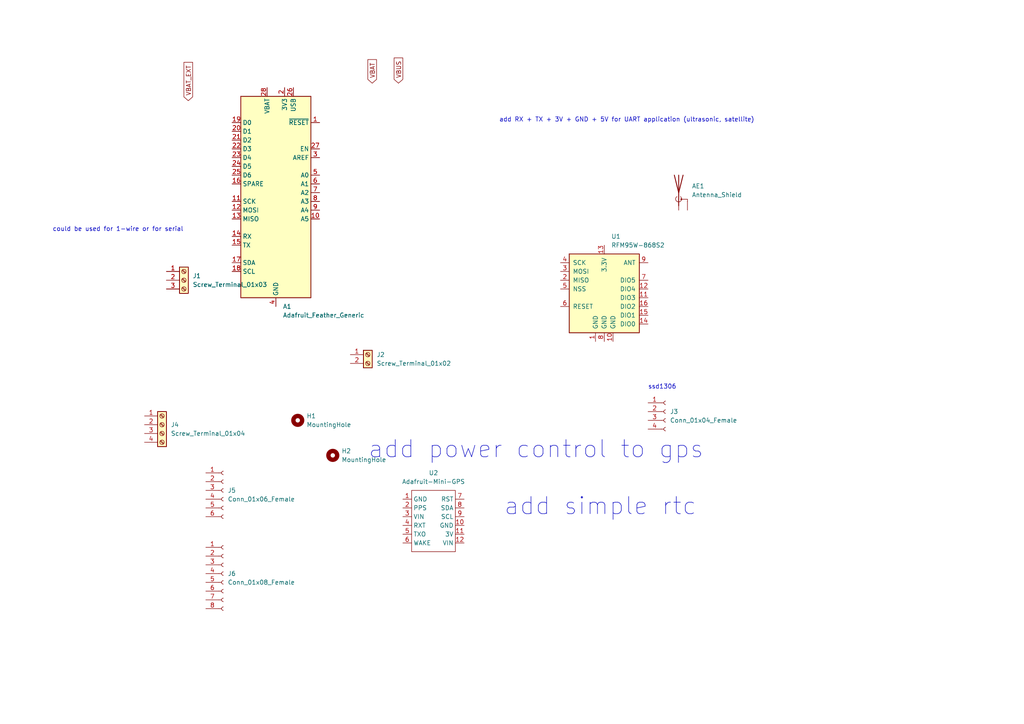
<source format=kicad_sch>
(kicad_sch (version 20211123) (generator eeschema)
  (paper "A4")
  (lib_symbols
    (symbol "Connector:Conn_01x04_Female" (pin_names (offset 1.016) hide)
      (property "Reference" "J" (at 0 5.08 0))
      (property "Value" "Conn_01x04_Female" (at 0 -7.62 0))
      (symbol "Conn_01x04_Female_1_1"
        (arc (start 0 -4.572) (mid -0.508 -5.08) (end 0 -5.588) (stroke (width 0.1524)))
        (arc (start 0 -2.032) (mid -0.508 -2.54) (end 0 -3.048) (stroke (width 0.1524)))
        (polyline (pts (xy -1.27 -5.08) (xy -0.508 -5.08)) (stroke (width 0.1524)))
        (polyline (pts (xy -1.27 -2.54) (xy -0.508 -2.54)) (stroke (width 0.1524)))
        (polyline (pts (xy -1.27 0) (xy -0.508 0)) (stroke (width 0.1524)))
        (polyline (pts (xy -1.27 2.54) (xy -0.508 2.54)) (stroke (width 0.1524)))
        (arc (start 0 0.508) (mid -0.508 0) (end 0 -0.508) (stroke (width 0.1524)))
        (arc (start 0 3.048) (mid -0.508 2.54) (end 0 2.032) (stroke (width 0.1524)))
        (pin passive line (at -5.08 2.54 0) (length 3.81) (name "Pin_1") (number "1"))
        (pin passive line (at -5.08 0 0) (length 3.81) (name "Pin_2") (number "2"))
        (pin passive line (at -5.08 -2.54 0) (length 3.81) (name "Pin_3") (number "3"))
        (pin passive line (at -5.08 -5.08 0) (length 3.81) (name "Pin_4") (number "4"))
      )
    )
    (symbol "Connector:Conn_01x06_Female" (pin_names (offset 1.016) hide)
      (property "Reference" "J" (at 0 7.62 0))
      (property "Value" "Conn_01x06_Female" (at 0 -10.16 0))
      (symbol "Conn_01x06_Female_1_1"
        (arc (start 0 -7.112) (mid -0.508 -7.62) (end 0 -8.128) (stroke (width 0.1524)))
        (arc (start 0 -4.572) (mid -0.508 -5.08) (end 0 -5.588) (stroke (width 0.1524)))
        (arc (start 0 -2.032) (mid -0.508 -2.54) (end 0 -3.048) (stroke (width 0.1524)))
        (polyline (pts (xy -1.27 -7.62) (xy -0.508 -7.62)) (stroke (width 0.1524)))
        (polyline (pts (xy -1.27 -5.08) (xy -0.508 -5.08)) (stroke (width 0.1524)))
        (polyline (pts (xy -1.27 -2.54) (xy -0.508 -2.54)) (stroke (width 0.1524)))
        (polyline (pts (xy -1.27 0) (xy -0.508 0)) (stroke (width 0.1524)))
        (polyline (pts (xy -1.27 2.54) (xy -0.508 2.54)) (stroke (width 0.1524)))
        (polyline (pts (xy -1.27 5.08) (xy -0.508 5.08)) (stroke (width 0.1524)))
        (arc (start 0 0.508) (mid -0.508 0) (end 0 -0.508) (stroke (width 0.1524)))
        (arc (start 0 3.048) (mid -0.508 2.54) (end 0 2.032) (stroke (width 0.1524)))
        (arc (start 0 5.588) (mid -0.508 5.08) (end 0 4.572) (stroke (width 0.1524)))
        (pin passive line (at -5.08 5.08 0) (length 3.81) (name "Pin_1") (number "1"))
        (pin passive line (at -5.08 2.54 0) (length 3.81) (name "Pin_2") (number "2"))
        (pin passive line (at -5.08 0 0) (length 3.81) (name "Pin_3") (number "3"))
        (pin passive line (at -5.08 -2.54 0) (length 3.81) (name "Pin_4") (number "4"))
        (pin passive line (at -5.08 -5.08 0) (length 3.81) (name "Pin_5") (number "5"))
        (pin passive line (at -5.08 -7.62 0) (length 3.81) (name "Pin_6") (number "6"))
      )
    )
    (symbol "Connector:Conn_01x08_Female" (pin_names (offset 1.016) hide)
      (property "Reference" "J" (at 0 10.16 0))
      (property "Value" "Conn_01x08_Female" (at 0 -12.7 0))
      (symbol "Conn_01x08_Female_1_1"
        (arc (start 0 -9.652) (mid -0.508 -10.16) (end 0 -10.668) (stroke (width 0.1524)))
        (arc (start 0 -7.112) (mid -0.508 -7.62) (end 0 -8.128) (stroke (width 0.1524)))
        (arc (start 0 -4.572) (mid -0.508 -5.08) (end 0 -5.588) (stroke (width 0.1524)))
        (arc (start 0 -2.032) (mid -0.508 -2.54) (end 0 -3.048) (stroke (width 0.1524)))
        (polyline (pts (xy -1.27 -10.16) (xy -0.508 -10.16)) (stroke (width 0.1524)))
        (polyline (pts (xy -1.27 -7.62) (xy -0.508 -7.62)) (stroke (width 0.1524)))
        (polyline (pts (xy -1.27 -5.08) (xy -0.508 -5.08)) (stroke (width 0.1524)))
        (polyline (pts (xy -1.27 -2.54) (xy -0.508 -2.54)) (stroke (width 0.1524)))
        (polyline (pts (xy -1.27 0) (xy -0.508 0)) (stroke (width 0.1524)))
        (polyline (pts (xy -1.27 2.54) (xy -0.508 2.54)) (stroke (width 0.1524)))
        (polyline (pts (xy -1.27 5.08) (xy -0.508 5.08)) (stroke (width 0.1524)))
        (polyline (pts (xy -1.27 7.62) (xy -0.508 7.62)) (stroke (width 0.1524)))
        (arc (start 0 0.508) (mid -0.508 0) (end 0 -0.508) (stroke (width 0.1524)))
        (arc (start 0 3.048) (mid -0.508 2.54) (end 0 2.032) (stroke (width 0.1524)))
        (arc (start 0 5.588) (mid -0.508 5.08) (end 0 4.572) (stroke (width 0.1524)))
        (arc (start 0 8.128) (mid -0.508 7.62) (end 0 7.112) (stroke (width 0.1524)))
        (pin passive line (at -5.08 7.62 0) (length 3.81) (name "Pin_1") (number "1"))
        (pin passive line (at -5.08 5.08 0) (length 3.81) (name "Pin_2") (number "2"))
        (pin passive line (at -5.08 2.54 0) (length 3.81) (name "Pin_3") (number "3"))
        (pin passive line (at -5.08 0 0) (length 3.81) (name "Pin_4") (number "4"))
        (pin passive line (at -5.08 -2.54 0) (length 3.81) (name "Pin_5") (number "5"))
        (pin passive line (at -5.08 -5.08 0) (length 3.81) (name "Pin_6") (number "6"))
        (pin passive line (at -5.08 -7.62 0) (length 3.81) (name "Pin_7") (number "7"))
        (pin passive line (at -5.08 -10.16 0) (length 3.81) (name "Pin_8") (number "8"))
      )
    )
    (symbol "Connector:Screw_Terminal_01x02" (pin_names (offset 1.016) hide)
      (property "Reference" "J" (at 0 2.54 0))
      (property "Value" "Screw_Terminal_01x02" (at 0 -5.08 0))
      (symbol "Screw_Terminal_01x02_1_1"
        (rectangle (start -1.27 1.27) (end 1.27 -3.81) (stroke (width 0.254)) (fill (type background)))
        (circle (center 0 -2.54) (radius 0.635) (stroke (width 0.1524)))
        (polyline (pts (xy -0.5334 -2.2098) (xy 0.3302 -3.048)) (stroke (width 0.1524)))
        (polyline (pts (xy -0.5334 0.3302) (xy 0.3302 -0.508)) (stroke (width 0.1524)))
        (polyline (pts (xy -0.3556 -2.032) (xy 0.508 -2.8702)) (stroke (width 0.1524)))
        (polyline (pts (xy -0.3556 0.508) (xy 0.508 -0.3302)) (stroke (width 0.1524)))
        (circle (center 0 0) (radius 0.635) (stroke (width 0.1524)))
        (pin passive line (at -5.08 0 0) (length 3.81) (name "Pin_1") (number "1"))
        (pin passive line (at -5.08 -2.54 0) (length 3.81) (name "Pin_2") (number "2"))
      )
    )
    (symbol "Connector:Screw_Terminal_01x03" (pin_names (offset 1.016) hide)
      (property "Reference" "J" (at 0 5.08 0))
      (property "Value" "Screw_Terminal_01x03" (at 0 -5.08 0))
      (symbol "Screw_Terminal_01x03_1_1"
        (rectangle (start -1.27 3.81) (end 1.27 -3.81) (stroke (width 0.254)) (fill (type background)))
        (circle (center 0 -2.54) (radius 0.635) (stroke (width 0.1524)))
        (polyline (pts (xy -0.5334 -2.2098) (xy 0.3302 -3.048)) (stroke (width 0.1524)))
        (polyline (pts (xy -0.5334 0.3302) (xy 0.3302 -0.508)) (stroke (width 0.1524)))
        (polyline (pts (xy -0.5334 2.8702) (xy 0.3302 2.032)) (stroke (width 0.1524)))
        (polyline (pts (xy -0.3556 -2.032) (xy 0.508 -2.8702)) (stroke (width 0.1524)))
        (polyline (pts (xy -0.3556 0.508) (xy 0.508 -0.3302)) (stroke (width 0.1524)))
        (polyline (pts (xy -0.3556 3.048) (xy 0.508 2.2098)) (stroke (width 0.1524)))
        (circle (center 0 0) (radius 0.635) (stroke (width 0.1524)))
        (circle (center 0 2.54) (radius 0.635) (stroke (width 0.1524)))
        (pin passive line (at -5.08 2.54 0) (length 3.81) (name "Pin_1") (number "1"))
        (pin passive line (at -5.08 0 0) (length 3.81) (name "Pin_2") (number "2"))
        (pin passive line (at -5.08 -2.54 0) (length 3.81) (name "Pin_3") (number "3"))
      )
    )
    (symbol "Connector:Screw_Terminal_01x04" (pin_names (offset 1.016) hide)
      (property "Reference" "J" (at 0 5.08 0))
      (property "Value" "Screw_Terminal_01x04" (at 0 -7.62 0))
      (symbol "Screw_Terminal_01x04_1_1"
        (rectangle (start -1.27 3.81) (end 1.27 -6.35) (stroke (width 0.254)) (fill (type background)))
        (circle (center 0 -5.08) (radius 0.635) (stroke (width 0.1524)))
        (circle (center 0 -2.54) (radius 0.635) (stroke (width 0.1524)))
        (polyline (pts (xy -0.5334 -4.7498) (xy 0.3302 -5.588)) (stroke (width 0.1524)))
        (polyline (pts (xy -0.5334 -2.2098) (xy 0.3302 -3.048)) (stroke (width 0.1524)))
        (polyline (pts (xy -0.5334 0.3302) (xy 0.3302 -0.508)) (stroke (width 0.1524)))
        (polyline (pts (xy -0.5334 2.8702) (xy 0.3302 2.032)) (stroke (width 0.1524)))
        (polyline (pts (xy -0.3556 -4.572) (xy 0.508 -5.4102)) (stroke (width 0.1524)))
        (polyline (pts (xy -0.3556 -2.032) (xy 0.508 -2.8702)) (stroke (width 0.1524)))
        (polyline (pts (xy -0.3556 0.508) (xy 0.508 -0.3302)) (stroke (width 0.1524)))
        (polyline (pts (xy -0.3556 3.048) (xy 0.508 2.2098)) (stroke (width 0.1524)))
        (circle (center 0 0) (radius 0.635) (stroke (width 0.1524)))
        (circle (center 0 2.54) (radius 0.635) (stroke (width 0.1524)))
        (pin passive line (at -5.08 2.54 0) (length 3.81) (name "Pin_1") (number "1"))
        (pin passive line (at -5.08 0 0) (length 3.81) (name "Pin_2") (number "2"))
        (pin passive line (at -5.08 -2.54 0) (length 3.81) (name "Pin_3") (number "3"))
        (pin passive line (at -5.08 -5.08 0) (length 3.81) (name "Pin_4") (number "4"))
      )
    )
    (symbol "Device:Antenna_Shield" (pin_numbers hide) (pin_names (offset 1.016) hide)
      (property "Reference" "AE" (at -1.905 4.445 0))
      (property "Value" "Antenna_Shield" (at -1.905 2.54 0))
      (symbol "Antenna_Shield_0_1"
        (arc (start -0.508 -1.143) (mid -0.8429 -2.1194) (end 0 -2.667))
        (arc (start 0 -2.667) (mid 0.7989 -2.1052) (end 0.508 -1.143))
        (polyline (pts (xy 0 -2.54) (xy 0 0)))
        (polyline (pts (xy 0 5.08) (xy 0 -3.81)) (stroke (width 0.254)))
        (polyline (pts (xy 0.762 -1.905) (xy 2.54 -1.905)))
        (polyline (pts (xy 2.54 -2.54) (xy 2.54 -1.905)))
        (polyline (pts (xy 1.27 5.08) (xy 0 0) (xy -1.27 5.08)) (stroke (width 0.254)))
        (circle (center 0.762 -1.905) (radius 0.1778) (fill (type outline)))
      )
      (symbol "Antenna_Shield_1_1"
        (pin input line (at 0 -5.08 90) (length 2.54) (name "A") (number "1"))
        (pin input line (at 2.54 -5.08 90) (length 2.54) (name "Shield") (number "2"))
      )
    )
    (symbol "MCU_Module:Adafruit_Feather_Generic"
      (property "Reference" "A" (at -10.16 29.21 0))
      (property "Value" "Adafruit_Feather_Generic" (at 2.54 -31.75 0))
      (symbol "Adafruit_Feather_Generic_0_1"
        (rectangle (start -10.16 27.94) (end 10.16 -30.48) (stroke (width 0.254)) (fill (type background)))
      )
      (symbol "Adafruit_Feather_Generic_1_1"
        (pin input line (at 12.7 20.32 180) (length 2.54) (name "~{RESET}") (number "1"))
        (pin bidirectional line (at 12.7 -7.62 180) (length 2.54) (name "A5") (number "10"))
        (pin bidirectional line (at -12.7 -2.54 0) (length 2.54) (name "SCK") (number "11"))
        (pin bidirectional line (at -12.7 -5.08 0) (length 2.54) (name "MOSI") (number "12"))
        (pin bidirectional line (at -12.7 -7.62 0) (length 2.54) (name "MISO") (number "13"))
        (pin bidirectional line (at -12.7 -12.7 0) (length 2.54) (name "RX") (number "14"))
        (pin bidirectional line (at -12.7 -15.24 0) (length 2.54) (name "TX") (number "15"))
        (pin bidirectional line (at -12.7 2.54 0) (length 2.54) (name "SPARE") (number "16"))
        (pin bidirectional line (at -12.7 -20.32 0) (length 2.54) (name "SDA") (number "17"))
        (pin bidirectional line (at -12.7 -22.86 0) (length 2.54) (name "SCL") (number "18"))
        (pin bidirectional line (at -12.7 20.32 0) (length 2.54) (name "D0") (number "19"))
        (pin power_in line (at 2.54 30.48 270) (length 2.54) (name "3V3") (number "2"))
        (pin bidirectional line (at -12.7 17.78 0) (length 2.54) (name "D1") (number "20"))
        (pin bidirectional line (at -12.7 15.24 0) (length 2.54) (name "D2") (number "21"))
        (pin bidirectional line (at -12.7 12.7 0) (length 2.54) (name "D3") (number "22"))
        (pin bidirectional line (at -12.7 10.16 0) (length 2.54) (name "D4") (number "23"))
        (pin bidirectional line (at -12.7 7.62 0) (length 2.54) (name "D5") (number "24"))
        (pin bidirectional line (at -12.7 5.08 0) (length 2.54) (name "D6") (number "25"))
        (pin power_in line (at 5.08 30.48 270) (length 2.54) (name "USB") (number "26"))
        (pin input line (at 12.7 12.7 180) (length 2.54) (name "EN") (number "27"))
        (pin power_in line (at -2.54 30.48 270) (length 2.54) (name "VBAT") (number "28"))
        (pin input line (at 12.7 10.16 180) (length 2.54) (name "AREF") (number "3"))
        (pin power_in line (at 0 -33.02 90) (length 2.54) (name "GND") (number "4"))
        (pin bidirectional line (at 12.7 5.08 180) (length 2.54) (name "A0") (number "5"))
        (pin bidirectional line (at 12.7 2.54 180) (length 2.54) (name "A1") (number "6"))
        (pin bidirectional line (at 12.7 0 180) (length 2.54) (name "A2") (number "7"))
        (pin bidirectional line (at 12.7 -2.54 180) (length 2.54) (name "A3") (number "8"))
        (pin bidirectional line (at 12.7 -5.08 180) (length 2.54) (name "A4") (number "9"))
      )
    )
    (symbol "Mechanical:MountingHole" (pin_names (offset 1.016))
      (property "Reference" "H" (at 0 5.08 0))
      (property "Value" "MountingHole" (at 0 3.175 0))
      (symbol "MountingHole_0_1"
        (circle (center 0 0) (radius 1.27) (stroke (width 1.27)))
      )
    )
    (symbol "RF_Module:RFM95W-868S2" (pin_names (offset 1.016))
      (property "Reference" "U" (at -10.414 11.684 0))
      (property "Value" "RFM95W-868S2" (at 1.524 11.43 0))
      (symbol "RFM95W-868S2_0_1"
        (rectangle (start -10.16 10.16) (end 10.16 -12.7) (stroke (width 0.254)) (fill (type background)))
      )
      (symbol "RFM95W-868S2_1_1"
        (pin power_in line (at -2.54 -15.24 90) (length 2.54) (name "GND") (number "1"))
        (pin power_in line (at 2.54 -15.24 90) (length 2.54) (name "GND") (number "10"))
        (pin bidirectional line (at 12.7 -2.54 180) (length 2.54) (name "DIO3") (number "11"))
        (pin bidirectional line (at 12.7 0 180) (length 2.54) (name "DIO4") (number "12"))
        (pin power_in line (at 0 12.7 270) (length 2.54) (name "3.3V") (number "13"))
        (pin bidirectional line (at 12.7 -10.16 180) (length 2.54) (name "DIO0") (number "14"))
        (pin bidirectional line (at 12.7 -7.62 180) (length 2.54) (name "DIO1") (number "15"))
        (pin bidirectional line (at 12.7 -5.08 180) (length 2.54) (name "DIO2") (number "16"))
        (pin output line (at -12.7 2.54 0) (length 2.54) (name "MISO") (number "2"))
        (pin input line (at -12.7 5.08 0) (length 2.54) (name "MOSI") (number "3"))
        (pin input line (at -12.7 7.62 0) (length 2.54) (name "SCK") (number "4"))
        (pin input line (at -12.7 0 0) (length 2.54) (name "NSS") (number "5"))
        (pin bidirectional line (at -12.7 -5.08 0) (length 2.54) (name "RESET") (number "6"))
        (pin bidirectional line (at 12.7 2.54 180) (length 2.54) (name "DIO5") (number "7"))
        (pin power_in line (at 0 -15.24 90) (length 2.54) (name "GND") (number "8"))
        (pin bidirectional line (at 12.7 7.62 180) (length 2.54) (name "ANT") (number "9"))
      )
    )
    (symbol "sweet-p:Adafruit-Mini-GPS"
      (property "Reference" "U" (at 0 0 0))
      (property "Value" "Adafruit-Mini-GPS" (at -3.81 12.7 0))
      (symbol "Adafruit-Mini-GPS_0_1"
        (rectangle (start -10.16 10.16) (end 2.54 -7.62))
      )
      (symbol "Adafruit-Mini-GPS_1_1"
        (pin input line (at -12.7 7.62 0) (length 2.54) (name "GND") (number "1"))
        (pin input line (at 5.08 0 180) (length 2.54) (name "GND") (number "10"))
        (pin input line (at 5.08 -2.54 180) (length 2.54) (name "3V") (number "11"))
        (pin input line (at 5.08 -5.08 180) (length 2.54) (name "VIN") (number "12"))
        (pin input line (at -12.7 5.08 0) (length 2.54) (name "PPS") (number "2"))
        (pin input line (at -12.7 2.54 0) (length 2.54) (name "VIN") (number "3"))
        (pin input line (at -12.7 0 0) (length 2.54) (name "RXT") (number "4"))
        (pin input line (at -12.7 -2.54 0) (length 2.54) (name "TXO") (number "5"))
        (pin input line (at -12.7 -5.08 0) (length 2.54) (name "WAKE") (number "6"))
        (pin input line (at 5.08 7.62 180) (length 2.54) (name "RST") (number "7"))
        (pin input line (at 5.08 5.08 180) (length 2.54) (name "SDA") (number "8"))
        (pin input line (at 5.08 2.54 180) (length 2.54) (name "SCL") (number "9"))
      )
    )
  )
  (text "ssd1306" (at 187.96 113.03 0) (effects (font (size 1.27 1.27)) (justify left bottom)))
  (text "add power control to gps" (at 106.68 133.35 0) (effects (font (size 5 5)) (justify left bottom)))
  (text "add RX + TX + 3V + GND + 5V for UART application (ultrasonic, satellite)\n" (at 144.78 35.56 0) (effects (font (size 1.27 1.27)) (justify left bottom)))
  (text "add simple rtc" (at 146.05 149.86 0) (effects (font (size 5 5)) (justify left bottom)))
  (text "could be used for 1-wire or for serial" (at 15.24 67.31 0) (effects (font (size 1.27 1.27)) (justify left bottom)))
  (global_label "VBAT" (shape input) (at 107.95 24.13 90) (property "Intersheet References" "${INTERSHEET_REFS}" (effects hide)))
  (global_label "VBUS" (shape input) (at 115.57 24.13 90) (property "Intersheet References" "${INTERSHEET_REFS}" (effects hide)))
  (global_label "VBAT_EXT" (shape input) (at 54.61 29.21 90) (property "Intersheet References" "${INTERSHEET_REFS}" (effects hide)))
  (symbol (lib_id "Connector:Conn_01x06_Female") (at 64.77 142.24 0) (unit 1)
    (property "Reference" "J5" (at 66.04 142.2399 0) (effects (justify left)))
    (property "Value" "Conn_01x06_Female" (at 66.04 144.7799 0) (effects (justify left)))
    (property "Footprint" "Connector_PinSocket_2.54mm:PinSocket_1x06_P2.54mm_Vertical" (effects hide))
  )
  (symbol (lib_id "Mechanical:MountingHole") (at 86.36 121.92 0) (unit 1)
    (property "Reference" "H1" (at 88.9 120.6499 0) (effects (justify left)))
    (property "Value" "MountingHole" (at 88.9 123.1899 0) (effects (justify left)))
    (property "Footprint" "MountingHole:MountingHole_3.2mm_M3" (effects hide))
  )
  (symbol (lib_id "Connector:Screw_Terminal_01x03") (at 53.34 81.28 0) (unit 1)
    (property "Reference" "J1" (at 55.88 80.0099 0) (effects (justify left)))
    (property "Value" "Screw_Terminal_01x03" (at 55.88 82.5499 0) (effects (justify left)))
    (property "Footprint" "TerminalBlock_Phoenix:TerminalBlock_Phoenix_PT-1,5-3-5.0-H_1x03_P5.00mm_Horizontal" (effects hide))
  )
  (symbol (lib_id "Connector:Screw_Terminal_01x02") (at 106.68 102.87 0) (unit 1)
    (property "Reference" "J2" (at 109.22 102.8699 0) (effects (justify left)))
    (property "Value" "Screw_Terminal_01x02" (at 109.22 105.4099 0) (effects (justify left)))
    (property "Footprint" "TerminalBlock_Phoenix:TerminalBlock_Phoenix_PT-1,5-2-5.0-H_1x02_P5.00mm_Horizontal" (effects hide))
  )
  (symbol (lib_id "Connector:Conn_01x04_Female") (at 193.04 119.38 0) (unit 1)
    (property "Reference" "J3" (at 194.31 119.3799 0) (effects (justify left)))
    (property "Value" "Conn_01x04_Female" (at 194.31 121.9199 0) (effects (justify left)))
    (property "Footprint" "footprints:ssd1306_b" (effects hide))
  )
  (symbol (lib_id "MCU_Module:Adafruit_Feather_Generic") (at 80.01 55.88 0) (unit 1)
    (property "Reference" "A1" (at 82.0294 88.9 0) (effects (justify left)))
    (property "Value" "Adafruit_Feather_Generic" (at 82.0294 91.44 0) (effects (justify left)))
    (property "Footprint" "Module:Adafruit_Feather" (effects hide))
    (property "Datasheet" "https://cdn-learn.adafruit.com/downloads/pdf/adafruit-feather.pdf" (effects hide))
  )
  (symbol (lib_id "sweet-p:Adafruit-Mini-GPS") (at 129.54 152.4 0) (unit 1)
    (property "Reference" "U2" (at 125.73 137.16 0))
    (property "Value" "Adafruit-Mini-GPS" (at 125.73 139.7 0))
    (property "Footprint" "gps:adafruit_mini_gps" (effects hide))
  )
  (symbol (lib_id "Connector:Conn_01x08_Female") (at 64.77 166.37 0) (unit 1)
    (property "Reference" "J6" (at 66.04 166.3699 0) (effects (justify left)))
    (property "Value" "Conn_01x08_Female" (at 66.04 168.9099 0) (effects (justify left)))
    (property "Footprint" "Connector_PinSocket_2.54mm:PinSocket_1x08_P2.54mm_Vertical" (effects hide))
  )
  (symbol (lib_id "Connector:Screw_Terminal_01x04") (at 46.99 123.19 0) (unit 1)
    (property "Reference" "J4" (at 49.53 123.1899 0) (effects (justify left)))
    (property "Value" "Screw_Terminal_01x04" (at 49.53 125.7299 0) (effects (justify left)))
    (property "Footprint" "TerminalBlock_Phoenix:TerminalBlock_Phoenix_PT-1,5-4-5.0-H_1x04_P5.00mm_Horizontal" (effects hide))
  )
  (symbol (lib_id "Device:Antenna_Shield") (at 196.85 55.88 0) (unit 1)
    (property "Reference" "AE1" (at 200.66 53.9749 0) (effects (justify left)))
    (property "Value" "Antenna_Shield" (at 200.66 56.5149 0) (effects (justify left)))
    (property "Footprint" "digikey-footprints:RF_SMA_Vertical_5-1814832-1" (effects hide))
  )
  (symbol (lib_id "Mechanical:MountingHole") (at 96.52 132.08 0) (unit 1)
    (property "Reference" "H2" (at 99.06 130.8099 0) (effects (justify left)))
    (property "Value" "MountingHole" (at 99.06 133.3499 0) (effects (justify left)))
    (property "Footprint" "MountingHole:MountingHole_3.2mm_M3" (effects hide))
  )
  (symbol (lib_id "RF_Module:RFM95W-868S2") (at 175.26 83.82 0) (unit 1)
    (property "Reference" "U1" (at 177.2794 68.58 0) (effects (justify left)))
    (property "Value" "RFM95W-868S2" (at 177.2794 71.12 0) (effects (justify left)))
    (property "Footprint" "RF_Module:HOPERF_RFM9XW_SMD" (effects hide))
    (property "Datasheet" "https://www.hoperf.com/data/upload/portal/20181127/5bfcbea20e9ef.pdf" (effects hide))
  )
)
</source>
